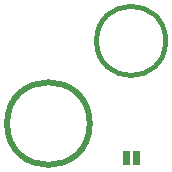
<source format=gbr>
G04 #@! TF.GenerationSoftware,KiCad,Pcbnew,(5.1.0)-1*
G04 #@! TF.CreationDate,2019-07-29T13:34:28-07:00*
G04 #@! TF.ProjectId,EWL_FlexPC,45574c5f-466c-4657-9850-432e6b696361,rev?*
G04 #@! TF.SameCoordinates,Original*
G04 #@! TF.FileFunction,Soldermask,Top*
G04 #@! TF.FilePolarity,Negative*
%FSLAX46Y46*%
G04 Gerber Fmt 4.6, Leading zero omitted, Abs format (unit mm)*
G04 Created by KiCad (PCBNEW (5.1.0)-1) date 2019-07-29 13:34:28*
%MOMM*%
%LPD*%
G04 APERTURE LIST*
%ADD10C,0.100000*%
%ADD11C,0.500000*%
%ADD12C,0.450000*%
G04 APERTURE END LIST*
D10*
G36*
X49800000Y-40400000D02*
G01*
X49300000Y-40400000D01*
X49300000Y-39300000D01*
X49800000Y-39300000D01*
X49800000Y-40400000D01*
G37*
X49800000Y-40400000D02*
X49300000Y-40400000D01*
X49300000Y-39300000D01*
X49800000Y-39300000D01*
X49800000Y-40400000D01*
G36*
X50700000Y-40400000D02*
G01*
X50200000Y-40400000D01*
X50200000Y-39300000D01*
X50700000Y-39300000D01*
X50700000Y-40400000D01*
G37*
X50700000Y-40400000D02*
X50200000Y-40400000D01*
X50200000Y-39300000D01*
X50700000Y-39300000D01*
X50700000Y-40400000D01*
D11*
X46500000Y-37000000D02*
G75*
G03X46500000Y-37000000I-3500000J0D01*
G01*
D12*
X52925000Y-30000000D02*
G75*
G03X52925000Y-30000000I-2925000J0D01*
G01*
M02*

</source>
